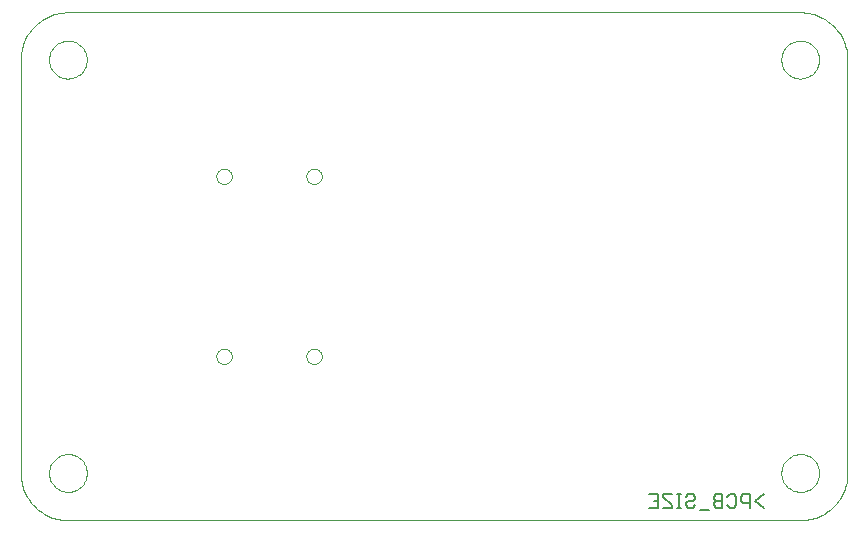
<source format=gbo>
G75*
%MOIN*%
%OFA0B0*%
%FSLAX24Y24*%
%IPPOS*%
%LPD*%
%AMOC8*
5,1,8,0,0,1.08239X$1,22.5*
%
%ADD10C,0.0000*%
%ADD11C,0.0060*%
D10*
X006284Y003416D02*
X030694Y003416D01*
X030064Y004990D02*
X030066Y005040D01*
X030072Y005090D01*
X030082Y005139D01*
X030096Y005187D01*
X030113Y005234D01*
X030134Y005279D01*
X030159Y005323D01*
X030187Y005364D01*
X030219Y005403D01*
X030253Y005440D01*
X030290Y005474D01*
X030330Y005504D01*
X030372Y005531D01*
X030416Y005555D01*
X030462Y005576D01*
X030509Y005592D01*
X030557Y005605D01*
X030607Y005614D01*
X030656Y005619D01*
X030707Y005620D01*
X030757Y005617D01*
X030806Y005610D01*
X030855Y005599D01*
X030903Y005584D01*
X030949Y005566D01*
X030994Y005544D01*
X031037Y005518D01*
X031078Y005489D01*
X031117Y005457D01*
X031153Y005422D01*
X031185Y005384D01*
X031215Y005344D01*
X031242Y005301D01*
X031265Y005257D01*
X031284Y005211D01*
X031300Y005163D01*
X031312Y005114D01*
X031320Y005065D01*
X031324Y005015D01*
X031324Y004965D01*
X031320Y004915D01*
X031312Y004866D01*
X031300Y004817D01*
X031284Y004769D01*
X031265Y004723D01*
X031242Y004679D01*
X031215Y004636D01*
X031185Y004596D01*
X031153Y004558D01*
X031117Y004523D01*
X031078Y004491D01*
X031037Y004462D01*
X030994Y004436D01*
X030949Y004414D01*
X030903Y004396D01*
X030855Y004381D01*
X030806Y004370D01*
X030757Y004363D01*
X030707Y004360D01*
X030656Y004361D01*
X030607Y004366D01*
X030557Y004375D01*
X030509Y004388D01*
X030462Y004404D01*
X030416Y004425D01*
X030372Y004449D01*
X030330Y004476D01*
X030290Y004506D01*
X030253Y004540D01*
X030219Y004577D01*
X030187Y004616D01*
X030159Y004657D01*
X030134Y004701D01*
X030113Y004746D01*
X030096Y004793D01*
X030082Y004841D01*
X030072Y004890D01*
X030066Y004940D01*
X030064Y004990D01*
X030694Y003415D02*
X030771Y003417D01*
X030848Y003423D01*
X030925Y003432D01*
X031001Y003445D01*
X031077Y003462D01*
X031151Y003483D01*
X031225Y003507D01*
X031297Y003535D01*
X031367Y003566D01*
X031436Y003601D01*
X031504Y003639D01*
X031569Y003680D01*
X031632Y003725D01*
X031693Y003773D01*
X031752Y003823D01*
X031808Y003876D01*
X031861Y003932D01*
X031911Y003991D01*
X031959Y004052D01*
X032004Y004115D01*
X032045Y004180D01*
X032083Y004248D01*
X032118Y004317D01*
X032149Y004387D01*
X032177Y004459D01*
X032201Y004533D01*
X032222Y004607D01*
X032239Y004683D01*
X032252Y004759D01*
X032261Y004836D01*
X032267Y004913D01*
X032269Y004990D01*
X032269Y018770D01*
X030064Y018770D02*
X030066Y018820D01*
X030072Y018870D01*
X030082Y018919D01*
X030096Y018967D01*
X030113Y019014D01*
X030134Y019059D01*
X030159Y019103D01*
X030187Y019144D01*
X030219Y019183D01*
X030253Y019220D01*
X030290Y019254D01*
X030330Y019284D01*
X030372Y019311D01*
X030416Y019335D01*
X030462Y019356D01*
X030509Y019372D01*
X030557Y019385D01*
X030607Y019394D01*
X030656Y019399D01*
X030707Y019400D01*
X030757Y019397D01*
X030806Y019390D01*
X030855Y019379D01*
X030903Y019364D01*
X030949Y019346D01*
X030994Y019324D01*
X031037Y019298D01*
X031078Y019269D01*
X031117Y019237D01*
X031153Y019202D01*
X031185Y019164D01*
X031215Y019124D01*
X031242Y019081D01*
X031265Y019037D01*
X031284Y018991D01*
X031300Y018943D01*
X031312Y018894D01*
X031320Y018845D01*
X031324Y018795D01*
X031324Y018745D01*
X031320Y018695D01*
X031312Y018646D01*
X031300Y018597D01*
X031284Y018549D01*
X031265Y018503D01*
X031242Y018459D01*
X031215Y018416D01*
X031185Y018376D01*
X031153Y018338D01*
X031117Y018303D01*
X031078Y018271D01*
X031037Y018242D01*
X030994Y018216D01*
X030949Y018194D01*
X030903Y018176D01*
X030855Y018161D01*
X030806Y018150D01*
X030757Y018143D01*
X030707Y018140D01*
X030656Y018141D01*
X030607Y018146D01*
X030557Y018155D01*
X030509Y018168D01*
X030462Y018184D01*
X030416Y018205D01*
X030372Y018229D01*
X030330Y018256D01*
X030290Y018286D01*
X030253Y018320D01*
X030219Y018357D01*
X030187Y018396D01*
X030159Y018437D01*
X030134Y018481D01*
X030113Y018526D01*
X030096Y018573D01*
X030082Y018621D01*
X030072Y018670D01*
X030066Y018720D01*
X030064Y018770D01*
X030694Y020345D02*
X030771Y020343D01*
X030848Y020337D01*
X030925Y020328D01*
X031001Y020315D01*
X031077Y020298D01*
X031151Y020277D01*
X031225Y020253D01*
X031297Y020225D01*
X031367Y020194D01*
X031436Y020159D01*
X031504Y020121D01*
X031569Y020080D01*
X031632Y020035D01*
X031693Y019987D01*
X031752Y019937D01*
X031808Y019884D01*
X031861Y019828D01*
X031911Y019769D01*
X031959Y019708D01*
X032004Y019645D01*
X032045Y019580D01*
X032083Y019512D01*
X032118Y019443D01*
X032149Y019373D01*
X032177Y019301D01*
X032201Y019227D01*
X032222Y019153D01*
X032239Y019077D01*
X032252Y019001D01*
X032261Y018924D01*
X032267Y018847D01*
X032269Y018770D01*
X030694Y020345D02*
X006284Y020345D01*
X005654Y018770D02*
X005656Y018820D01*
X005662Y018870D01*
X005672Y018919D01*
X005686Y018967D01*
X005703Y019014D01*
X005724Y019059D01*
X005749Y019103D01*
X005777Y019144D01*
X005809Y019183D01*
X005843Y019220D01*
X005880Y019254D01*
X005920Y019284D01*
X005962Y019311D01*
X006006Y019335D01*
X006052Y019356D01*
X006099Y019372D01*
X006147Y019385D01*
X006197Y019394D01*
X006246Y019399D01*
X006297Y019400D01*
X006347Y019397D01*
X006396Y019390D01*
X006445Y019379D01*
X006493Y019364D01*
X006539Y019346D01*
X006584Y019324D01*
X006627Y019298D01*
X006668Y019269D01*
X006707Y019237D01*
X006743Y019202D01*
X006775Y019164D01*
X006805Y019124D01*
X006832Y019081D01*
X006855Y019037D01*
X006874Y018991D01*
X006890Y018943D01*
X006902Y018894D01*
X006910Y018845D01*
X006914Y018795D01*
X006914Y018745D01*
X006910Y018695D01*
X006902Y018646D01*
X006890Y018597D01*
X006874Y018549D01*
X006855Y018503D01*
X006832Y018459D01*
X006805Y018416D01*
X006775Y018376D01*
X006743Y018338D01*
X006707Y018303D01*
X006668Y018271D01*
X006627Y018242D01*
X006584Y018216D01*
X006539Y018194D01*
X006493Y018176D01*
X006445Y018161D01*
X006396Y018150D01*
X006347Y018143D01*
X006297Y018140D01*
X006246Y018141D01*
X006197Y018146D01*
X006147Y018155D01*
X006099Y018168D01*
X006052Y018184D01*
X006006Y018205D01*
X005962Y018229D01*
X005920Y018256D01*
X005880Y018286D01*
X005843Y018320D01*
X005809Y018357D01*
X005777Y018396D01*
X005749Y018437D01*
X005724Y018481D01*
X005703Y018526D01*
X005686Y018573D01*
X005672Y018621D01*
X005662Y018670D01*
X005656Y018720D01*
X005654Y018770D01*
X004709Y018770D02*
X004711Y018847D01*
X004717Y018924D01*
X004726Y019001D01*
X004739Y019077D01*
X004756Y019153D01*
X004777Y019227D01*
X004801Y019301D01*
X004829Y019373D01*
X004860Y019443D01*
X004895Y019512D01*
X004933Y019580D01*
X004974Y019645D01*
X005019Y019708D01*
X005067Y019769D01*
X005117Y019828D01*
X005170Y019884D01*
X005226Y019937D01*
X005285Y019987D01*
X005346Y020035D01*
X005409Y020080D01*
X005474Y020121D01*
X005542Y020159D01*
X005611Y020194D01*
X005681Y020225D01*
X005753Y020253D01*
X005827Y020277D01*
X005901Y020298D01*
X005977Y020315D01*
X006053Y020328D01*
X006130Y020337D01*
X006207Y020343D01*
X006284Y020345D01*
X004709Y018770D02*
X004709Y004990D01*
X005654Y004990D02*
X005656Y005040D01*
X005662Y005090D01*
X005672Y005139D01*
X005686Y005187D01*
X005703Y005234D01*
X005724Y005279D01*
X005749Y005323D01*
X005777Y005364D01*
X005809Y005403D01*
X005843Y005440D01*
X005880Y005474D01*
X005920Y005504D01*
X005962Y005531D01*
X006006Y005555D01*
X006052Y005576D01*
X006099Y005592D01*
X006147Y005605D01*
X006197Y005614D01*
X006246Y005619D01*
X006297Y005620D01*
X006347Y005617D01*
X006396Y005610D01*
X006445Y005599D01*
X006493Y005584D01*
X006539Y005566D01*
X006584Y005544D01*
X006627Y005518D01*
X006668Y005489D01*
X006707Y005457D01*
X006743Y005422D01*
X006775Y005384D01*
X006805Y005344D01*
X006832Y005301D01*
X006855Y005257D01*
X006874Y005211D01*
X006890Y005163D01*
X006902Y005114D01*
X006910Y005065D01*
X006914Y005015D01*
X006914Y004965D01*
X006910Y004915D01*
X006902Y004866D01*
X006890Y004817D01*
X006874Y004769D01*
X006855Y004723D01*
X006832Y004679D01*
X006805Y004636D01*
X006775Y004596D01*
X006743Y004558D01*
X006707Y004523D01*
X006668Y004491D01*
X006627Y004462D01*
X006584Y004436D01*
X006539Y004414D01*
X006493Y004396D01*
X006445Y004381D01*
X006396Y004370D01*
X006347Y004363D01*
X006297Y004360D01*
X006246Y004361D01*
X006197Y004366D01*
X006147Y004375D01*
X006099Y004388D01*
X006052Y004404D01*
X006006Y004425D01*
X005962Y004449D01*
X005920Y004476D01*
X005880Y004506D01*
X005843Y004540D01*
X005809Y004577D01*
X005777Y004616D01*
X005749Y004657D01*
X005724Y004701D01*
X005703Y004746D01*
X005686Y004793D01*
X005672Y004841D01*
X005662Y004890D01*
X005656Y004940D01*
X005654Y004990D01*
X004709Y004990D02*
X004711Y004913D01*
X004717Y004836D01*
X004726Y004759D01*
X004739Y004683D01*
X004756Y004607D01*
X004777Y004533D01*
X004801Y004459D01*
X004829Y004387D01*
X004860Y004317D01*
X004895Y004248D01*
X004933Y004180D01*
X004974Y004115D01*
X005019Y004052D01*
X005067Y003991D01*
X005117Y003932D01*
X005170Y003876D01*
X005226Y003823D01*
X005285Y003773D01*
X005346Y003725D01*
X005409Y003680D01*
X005474Y003639D01*
X005542Y003601D01*
X005611Y003566D01*
X005681Y003535D01*
X005753Y003507D01*
X005827Y003483D01*
X005901Y003462D01*
X005977Y003445D01*
X006053Y003432D01*
X006130Y003423D01*
X006207Y003417D01*
X006284Y003415D01*
X011233Y008880D02*
X011235Y008911D01*
X011241Y008942D01*
X011250Y008972D01*
X011263Y009001D01*
X011280Y009028D01*
X011300Y009052D01*
X011322Y009074D01*
X011348Y009093D01*
X011375Y009109D01*
X011404Y009121D01*
X011434Y009130D01*
X011465Y009135D01*
X011497Y009136D01*
X011528Y009133D01*
X011559Y009126D01*
X011589Y009116D01*
X011617Y009102D01*
X011643Y009084D01*
X011667Y009064D01*
X011688Y009040D01*
X011707Y009015D01*
X011722Y008987D01*
X011733Y008958D01*
X011741Y008927D01*
X011745Y008896D01*
X011745Y008864D01*
X011741Y008833D01*
X011733Y008802D01*
X011722Y008773D01*
X011707Y008745D01*
X011688Y008720D01*
X011667Y008696D01*
X011643Y008676D01*
X011617Y008658D01*
X011589Y008644D01*
X011559Y008634D01*
X011528Y008627D01*
X011497Y008624D01*
X011465Y008625D01*
X011434Y008630D01*
X011404Y008639D01*
X011375Y008651D01*
X011348Y008667D01*
X011322Y008686D01*
X011300Y008708D01*
X011280Y008732D01*
X011263Y008759D01*
X011250Y008788D01*
X011241Y008818D01*
X011235Y008849D01*
X011233Y008880D01*
X014233Y008880D02*
X014235Y008911D01*
X014241Y008942D01*
X014250Y008972D01*
X014263Y009001D01*
X014280Y009028D01*
X014300Y009052D01*
X014322Y009074D01*
X014348Y009093D01*
X014375Y009109D01*
X014404Y009121D01*
X014434Y009130D01*
X014465Y009135D01*
X014497Y009136D01*
X014528Y009133D01*
X014559Y009126D01*
X014589Y009116D01*
X014617Y009102D01*
X014643Y009084D01*
X014667Y009064D01*
X014688Y009040D01*
X014707Y009015D01*
X014722Y008987D01*
X014733Y008958D01*
X014741Y008927D01*
X014745Y008896D01*
X014745Y008864D01*
X014741Y008833D01*
X014733Y008802D01*
X014722Y008773D01*
X014707Y008745D01*
X014688Y008720D01*
X014667Y008696D01*
X014643Y008676D01*
X014617Y008658D01*
X014589Y008644D01*
X014559Y008634D01*
X014528Y008627D01*
X014497Y008624D01*
X014465Y008625D01*
X014434Y008630D01*
X014404Y008639D01*
X014375Y008651D01*
X014348Y008667D01*
X014322Y008686D01*
X014300Y008708D01*
X014280Y008732D01*
X014263Y008759D01*
X014250Y008788D01*
X014241Y008818D01*
X014235Y008849D01*
X014233Y008880D01*
X014233Y014880D02*
X014235Y014911D01*
X014241Y014942D01*
X014250Y014972D01*
X014263Y015001D01*
X014280Y015028D01*
X014300Y015052D01*
X014322Y015074D01*
X014348Y015093D01*
X014375Y015109D01*
X014404Y015121D01*
X014434Y015130D01*
X014465Y015135D01*
X014497Y015136D01*
X014528Y015133D01*
X014559Y015126D01*
X014589Y015116D01*
X014617Y015102D01*
X014643Y015084D01*
X014667Y015064D01*
X014688Y015040D01*
X014707Y015015D01*
X014722Y014987D01*
X014733Y014958D01*
X014741Y014927D01*
X014745Y014896D01*
X014745Y014864D01*
X014741Y014833D01*
X014733Y014802D01*
X014722Y014773D01*
X014707Y014745D01*
X014688Y014720D01*
X014667Y014696D01*
X014643Y014676D01*
X014617Y014658D01*
X014589Y014644D01*
X014559Y014634D01*
X014528Y014627D01*
X014497Y014624D01*
X014465Y014625D01*
X014434Y014630D01*
X014404Y014639D01*
X014375Y014651D01*
X014348Y014667D01*
X014322Y014686D01*
X014300Y014708D01*
X014280Y014732D01*
X014263Y014759D01*
X014250Y014788D01*
X014241Y014818D01*
X014235Y014849D01*
X014233Y014880D01*
X011233Y014880D02*
X011235Y014911D01*
X011241Y014942D01*
X011250Y014972D01*
X011263Y015001D01*
X011280Y015028D01*
X011300Y015052D01*
X011322Y015074D01*
X011348Y015093D01*
X011375Y015109D01*
X011404Y015121D01*
X011434Y015130D01*
X011465Y015135D01*
X011497Y015136D01*
X011528Y015133D01*
X011559Y015126D01*
X011589Y015116D01*
X011617Y015102D01*
X011643Y015084D01*
X011667Y015064D01*
X011688Y015040D01*
X011707Y015015D01*
X011722Y014987D01*
X011733Y014958D01*
X011741Y014927D01*
X011745Y014896D01*
X011745Y014864D01*
X011741Y014833D01*
X011733Y014802D01*
X011722Y014773D01*
X011707Y014745D01*
X011688Y014720D01*
X011667Y014696D01*
X011643Y014676D01*
X011617Y014658D01*
X011589Y014644D01*
X011559Y014634D01*
X011528Y014627D01*
X011497Y014624D01*
X011465Y014625D01*
X011434Y014630D01*
X011404Y014639D01*
X011375Y014651D01*
X011348Y014667D01*
X011322Y014686D01*
X011300Y014708D01*
X011280Y014732D01*
X011263Y014759D01*
X011250Y014788D01*
X011241Y014818D01*
X011235Y014849D01*
X011233Y014880D01*
D11*
X025659Y004280D02*
X025953Y004280D01*
X025953Y003839D01*
X025659Y003839D01*
X025806Y004060D02*
X025953Y004060D01*
X026120Y004206D02*
X026413Y003913D01*
X026413Y003839D01*
X026120Y003839D01*
X026120Y004206D02*
X026120Y004280D01*
X026413Y004280D01*
X026573Y004280D02*
X026720Y004280D01*
X026647Y004280D02*
X026647Y003839D01*
X026720Y003839D02*
X026573Y003839D01*
X026887Y003913D02*
X026960Y003839D01*
X027107Y003839D01*
X027181Y003913D01*
X027107Y004060D02*
X026960Y004060D01*
X026887Y003986D01*
X026887Y003913D01*
X027107Y004060D02*
X027181Y004133D01*
X027181Y004206D01*
X027107Y004280D01*
X026960Y004280D01*
X026887Y004206D01*
X027347Y003766D02*
X027641Y003766D01*
X027808Y003913D02*
X027881Y003839D01*
X028101Y003839D01*
X028101Y004280D01*
X027881Y004280D01*
X027808Y004206D01*
X027808Y004133D01*
X027881Y004060D01*
X028101Y004060D01*
X027881Y004060D02*
X027808Y003986D01*
X027808Y003913D01*
X028268Y003913D02*
X028342Y003839D01*
X028488Y003839D01*
X028562Y003913D01*
X028562Y004206D01*
X028488Y004280D01*
X028342Y004280D01*
X028268Y004206D01*
X028729Y004206D02*
X028729Y004060D01*
X028802Y003986D01*
X029022Y003986D01*
X029022Y003839D02*
X029022Y004280D01*
X028802Y004280D01*
X028729Y004206D01*
X029189Y004060D02*
X029483Y003839D01*
X029189Y004060D02*
X029483Y004280D01*
M02*

</source>
